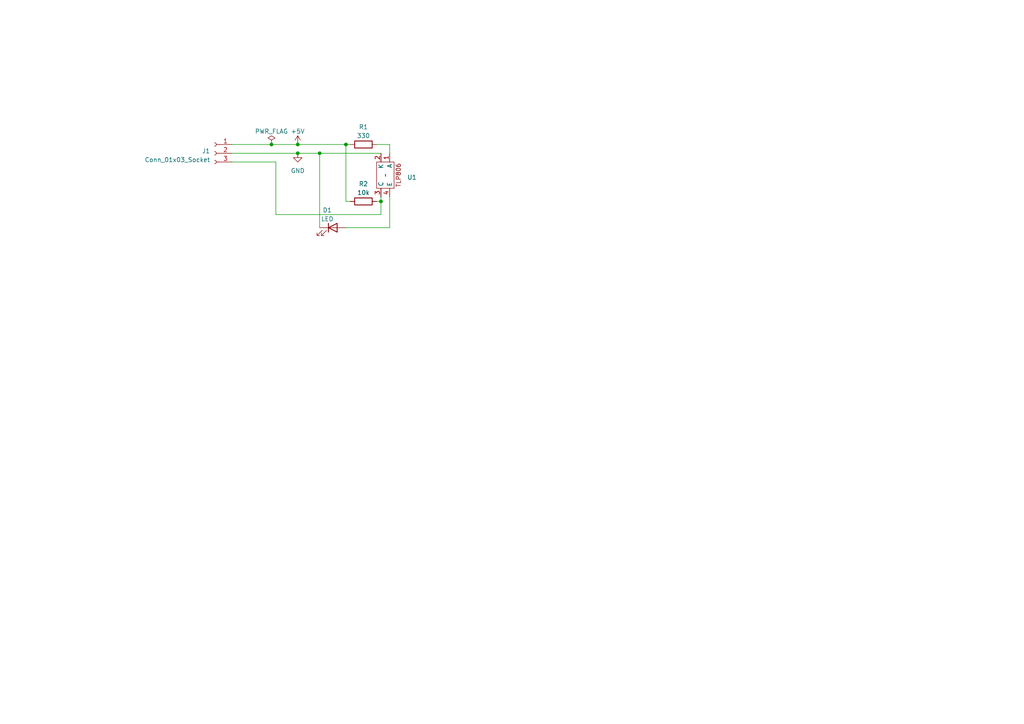
<source format=kicad_sch>
(kicad_sch (version 20230121) (generator eeschema)
  (paper "A4")
  (title_block (title "photo_interrupter") (date "2025-05-22"))
  (lib_symbols
    (symbol "Connector:Conn_01x03_Socket" (pin_names (offset 1.016) hide)
      (property "Reference" "J" (at 0 5.08 0))
      (property "Value" "Conn_01x03_Socket" (at 0 -5.08 0))
      (symbol "Conn_01x03_Socket_1_1"
        (arc (start 0 -2.032) (mid -0.5058 -2.54) (end 0 -3.048) (stroke (width 0.1524)))
        (polyline (pts (xy -1.27 -2.54) (xy -0.508 -2.54)) (stroke (width 0.1524)))
        (polyline (pts (xy -1.27 0) (xy -0.508 0)) (stroke (width 0.1524)))
        (polyline (pts (xy -1.27 2.54) (xy -0.508 2.54)) (stroke (width 0.1524)))
        (arc (start 0 0.508) (mid -0.5058 0) (end 0 -0.508) (stroke (width 0.1524)))
        (arc (start 0 3.048) (mid -0.5058 2.54) (end 0 2.032) (stroke (width 0.1524)))
        (pin passive line (at -5.08 2.54 0) (length 3.81) (name "Pin_1") (number "1"))
        (pin passive line (at -5.08 0 0) (length 3.81) (name "Pin_2") (number "2"))
        (pin passive line (at -5.08 -2.54 0) (length 3.81) (name "Pin_3") (number "3"))
      )
    )
    (symbol "Device:LED" (pin_numbers hide) (pin_names (offset 1.016) hide)
      (property "Reference" "D" (at 0 2.54 0))
      (property "Value" "LED" (at 0 -2.54 0))
      (symbol "LED_0_1"
        (polyline (pts (xy -1.27 -1.27) (xy -1.27 1.27)) (stroke (width 0.254)))
        (polyline (pts (xy -1.27 0) (xy 1.27 0)))
        (polyline (pts (xy 1.27 -1.27) (xy 1.27 1.27) (xy -1.27 0) (xy 1.27 -1.27)) (stroke (width 0.254)))
        (polyline (pts (xy -3.048 -0.762) (xy -4.572 -2.286) (xy -3.81 -2.286) (xy -4.572 -2.286) (xy -4.572 -1.524)))
        (polyline (pts (xy -1.778 -0.762) (xy -3.302 -2.286) (xy -2.54 -2.286) (xy -3.302 -2.286) (xy -3.302 -1.524)))
      )
      (symbol "LED_1_1"
        (pin passive line (at -3.81 0 0) (length 2.54) (name "K") (number "1"))
        (pin passive line (at 3.81 0 180) (length 2.54) (name "A") (number "2"))
      )
    )
    (symbol "Device:R" (pin_numbers hide) (pin_names (offset 0))
      (property "Reference" "R" (at 2.032 0 90))
      (property "Value" "R" (at 0 0 90))
      (symbol "R_0_1"
        (rectangle (start -1.016 -2.54) (end 1.016 2.54) (stroke (width 0.254)))
      )
      (symbol "R_1_1"
        (pin passive line (at 0 3.81 270) (length 1.27) (name "~") (number "1"))
        (pin passive line (at 0 -3.81 90) (length 1.27) (name "~") (number "2"))
      )
    )
    (symbol "New_Library:TLP806"
      (property "Reference" "U" (at 0 0 0))
      (symbol "TLP806_0_1"
        (rectangle (start -3.81 2.54) (end 3.81 -2.54))
      )
      (symbol "TLP806_1_1"
        (text "TLP806\n" (at 0 3.81 0) (effects (font (size 1.27 1.27))))
        (pin input line (at -6.35 1.27 0) (length 2.54) (name "A") (number "1"))
        (pin output line (at -6.35 -1.27 0) (length 2.54) (name "K") (number "2"))
        (pin input line (at 6.35 -1.27 180) (length 2.54) (name "C") (number "3"))
        (pin output line (at 6.35 1.27 180) (length 2.54) (name "E") (number "4"))
      )
    )
    (symbol "power:+5V" (power) (pin_names (offset 0))
      (property "Value" "+5V" (at 0 3.556 0))
      (symbol "+5V_0_1"
        (polyline (pts (xy -0.762 1.27) (xy 0 2.54)))
        (polyline (pts (xy 0 0) (xy 0 2.54)))
        (polyline (pts (xy 0 2.54) (xy 0.762 1.27)))
      )
      (symbol "+5V_1_1"
        (pin power_in line (at 0 0 90) (length 0) hide (name "+5V") (number "1"))
      )
    )
    (symbol "power:GND" (power) (pin_names (offset 0))
      (property "Value" "GND" (at 0 -3.81 0))
      (symbol "GND_0_1"
        (polyline (pts (xy 0 0) (xy 0 -1.27) (xy 1.27 -1.27) (xy 0 -2.54) (xy -1.27 -1.27) (xy 0 -1.27)))
      )
      (symbol "GND_1_1"
        (pin power_in line (at 0 0 270) (length 0) hide (name "GND") (number "1"))
      )
    )
    (symbol "power:PWR_FLAG" (power) (pin_numbers hide) (pin_names (offset 0) hide)
      (property "Value" "PWR_FLAG" (at 0 3.81 0))
      (symbol "PWR_FLAG_0_0"
        (pin power_out line (at 0 0 90) (length 0) (name "pwr") (number "1"))
      )
      (symbol "PWR_FLAG_0_1"
        (polyline (pts (xy 0 0) (xy 0 1.27) (xy -1.016 1.905) (xy 0 2.54) (xy 1.016 1.905) (xy 0 1.27)))
      )
    )
  )
  (junction (at 110.49 58.42))
  (junction (at 100.33 41.91))
  (junction (at 78.74 41.91))
  (junction (at 92.71 44.45))
  (junction (at 86.36 44.45))
  (junction (at 86.36 41.91))
  (wire (pts (xy 78.74 41.91) (xy 86.36 41.91)))
  (wire (pts (xy 86.36 44.45) (xy 92.71 44.45)))
  (wire (pts (xy 100.33 41.91) (xy 100.33 58.42)))
  (wire (pts (xy 92.71 44.45) (xy 92.71 66.04)))
  (wire (pts (xy 113.03 57.15) (xy 113.03 66.04)))
  (wire (pts (xy 80.01 62.23) (xy 110.49 62.23)))
  (wire (pts (xy 86.36 41.91) (xy 100.33 41.91)))
  (wire (pts (xy 67.31 41.91) (xy 78.74 41.91)))
  (wire (pts (xy 110.49 58.42) (xy 110.49 57.15)))
  (wire (pts (xy 100.33 41.91) (xy 101.6 41.91)))
  (wire (pts (xy 113.03 44.45) (xy 113.03 41.91)))
  (wire (pts (xy 109.22 58.42) (xy 110.49 58.42)))
  (wire (pts (xy 67.31 44.45) (xy 86.36 44.45)))
  (wire (pts (xy 92.71 44.45) (xy 110.49 44.45)))
  (wire (pts (xy 100.33 58.42) (xy 101.6 58.42)))
  (wire (pts (xy 80.01 62.23) (xy 80.01 46.99)))
  (wire (pts (xy 100.33 66.04) (xy 113.03 66.04)))
  (wire (pts (xy 67.31 46.99) (xy 80.01 46.99)))
  (wire (pts (xy 113.03 41.91) (xy 109.22 41.91)))
  (wire (pts (xy 110.49 62.23) (xy 110.49 58.42)))
  (symbol (lib_id "power:GND") (at 86.36 44.45 0) (unit 1)
    (property "Reference" "#PWR02" (effects hide))
    (property "Value" "GND" (at 86.36 49.53 0))
  )
  (symbol (lib_id "Device:LED") (at 96.52 66.04 0) (unit 1)
    (property "Reference" "D1" (at 94.9325 60.96 0))
    (property "Value" "LED" (at 94.9325 63.5 0))
    (property "Footprint" "LED_THT:LED_D3.0mm" (effects hide))
  )
  (symbol (lib_id "New_Library:TLP806") (at 111.76 50.8 270) (unit 1)
    (property "Reference" "U1" (at 118.11 51.435 90) (effects (justify left)))
    (property "Value" "~" (at 111.76 50.8 0))
    (property "Footprint" "Library:TLP806" (effects hide))
  )
  (symbol (lib_id "Connector:Conn_01x03_Socket") (at 62.23 44.45 0) (mirror y) (unit 1)
    (property "Reference" "J1" (at 60.96 43.815 0) (effects (justify left)))
    (property "Value" "Conn_01x03_Socket" (at 60.96 46.355 0) (effects (justify left)))
    (property "Footprint" "Connector_JST:JST_XH_B3B-XH-AM_1x03_P2.50mm_Vertical" (effects hide))
  )
  (symbol (lib_id "Device:R") (at 105.41 58.42 270) (unit 1)
    (property "Reference" "R2" (at 105.41 53.34 90))
    (property "Value" "10k" (at 105.41 55.88 90))
    (property "Footprint" "Resistor_THT:R_Axial_DIN0204_L3.6mm_D1.6mm_P5.08mm_Horizontal" (effects hide))
  )
  (symbol (lib_id "Device:R") (at 105.41 41.91 90) (unit 1)
    (property "Reference" "R1" (at 105.41 36.83 90))
    (property "Value" "330" (at 105.41 39.37 90))
    (property "Footprint" "Resistor_THT:R_Axial_DIN0204_L3.6mm_D1.6mm_P5.08mm_Horizontal" (effects hide))
  )
  (symbol (lib_id "power:PWR_FLAG") (at 78.74 41.91 0) (unit 1)
    (property "Reference" "#FLG01" (effects hide))
    (property "Value" "PWR_FLAG" (at 78.74 38.1 0))
  )
  (symbol (lib_id "power:+5V") (at 86.36 41.91 0) (unit 1)
    (property "Reference" "#PWR01" (effects hide))
    (property "Value" "+5V" (at 86.36 38.1 0))
  )
)
</source>
